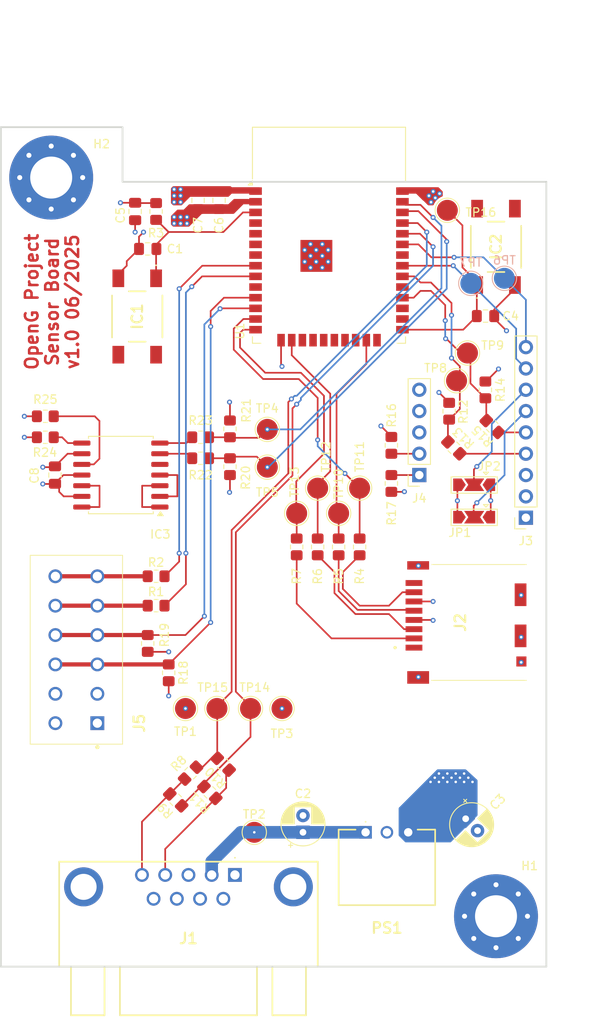
<source format=kicad_pcb>
(kicad_pcb (version 20241229) (generator "pcbnew") (generator_version "9.0")
  (layers (0 "F.Cu" signal) (4 "In1.Cu" signal) (6 "In2.Cu" signal) (2 "B.Cu" signal) (13 "F.Paste" user) (15 "B.Paste" user) (5 "F.SilkS" user "F.Silkscreen") (7 "B.SilkS" user "B.Silkscreen") (1 "F.Mask" user) (3 "B.Mask" user) (25 "Edge.Cuts" user))
  (net 0 "")
  (net 1 "GND")
  (net 2 "+3V3")
  (net 3 "+12V")
  (net 4 "Net-(J2-CLK)")
  (net 5 "Net-(J2-DAT0)")
  (net 6 "Net-(J2-CMD)")
  (net 8 "/UART_1_TX")
  (net 9 "/UART_1_RX")
  (net 14 "/SPI_CLK")
  (net 16 "/SPI_CS")
  (net 17 "/SPI_MISO")
  (net 18 "/SPI_MOSI")
  (net 21 "/I2C_1_SCL")
  (net 25 "/I2C_1_SDA")
  (net 38 "/ESP1_EN")
  (net 39 "/ESP1_BOOT")
  (net 40 "/I2C_2_SDA")
  (net 41 "/I2C_2_SCL")
  (net 46 "/I2C_3_SDA")
  (net 47 "/UART_2_TX")
  (net 48 "/I2C_3_SCL")
  (net 49 "/UART_2_RX")
  (net 50 "Net-(U1-IO33)")
  (net 51 "Net-(U1-IO32)")
  (net 52 "/UART_1_TX_IO")
  (net 53 "/UART_1_RX_IO")
  (net 54 "Net-(J2-CD{slash}DAT3)")
  (net 55 "Net-(IC3-SDI{slash}SDA)")
  (net 56 "Net-(IC3-SGND_1)")
  (net 57 "/CS_5V")
  (net 58 "/SDO_SA0")
  (net 59 "/OCS_AUX")
  (net 60 "/SDO_AUX")
  (net 61 "/ISM_INT_2")
  (net 62 "/ISM_INT_1")
  (net 63 "/ISM_SCX")
  (net 64 "/ISM_SDX")
  (net 65 "Net-(IC3-SOUT+_1)")
  (net 66 "Net-(IC3-SOUT-_1)")
  (net 67 "Net-(IC3-SCLK{slash}SCL)")
  (net 69 "Net-(IC3-PS)")
  (net 70 "Net-(IC3-CSB)")
  (net 71 "Net-(J3-Pin_5)")
  (net 72 "Net-(J3-Pin_4)")
  (footprint "Resistor_SMD:R_0805_2012Metric_Pad1.20x1.40mm_HandSolder" (layer "F.Cu") (at 118.5 103.5)
    (property "Reference" "R2")
    (property "Value" "0R")
  )
  (footprint "TestPoint:TestPoint_Pad_D2.5mm" (layer "F.Cu") (at 137.75 93 -90)
    (property "Reference" "TP12")
    (property "Value" "TestPoint")
  )
  (footprint "Resistor_SMD:R_0805_2012Metric_Pad1.20x1.40mm_HandSolder" (layer "F.Cu") (at 140.25 100 90)
    (property "Reference" "R5")
    (property "Value" "0R")
  )
  (footprint "TestPoint:TestPoint_Pad_D2.5mm" (layer "F.Cu") (at 122 119.25)
    (property "Reference" "TP1")
    (property "Value" "TestPoint")
  )
  (footprint "Resistor_SMD:R_0805_2012Metric_Pad1.20x1.40mm_HandSolder" (layer "F.Cu") (at 146.533001 92.44 90)
    (property "Reference" "R17")
    (property "Value" "0R")
  )
  (footprint "Resistor_SMD:R_0805_2012Metric_Pad1.20x1.40mm_HandSolder" (layer "F.Cu") (at 118.5 60.0375 90)
    (property "Reference" "R3")
    (property "Value" "10k")
  )
  (footprint "Resistor_SMD:R_0805_2012Metric_Pad1.20x1.40mm_HandSolder" (layer "F.Cu") (at 118.5 107)
    (property "Reference" "R1")
    (property "Value" "0R")
  )
  (footprint "TestPoint:TestPoint_Pad_D2.5mm" (layer "F.Cu") (at 130.2 134)
    (property "Reference" "TP2")
    (property "Value" "TestPoint")
  )
  (footprint "Jumper:SolderJumper-3_P2.0mm_Open_TrianglePad1.0x1.5mm" (layer "F.Cu") (at 156.4 96.455 180)
    (property "Reference" "JP1")
    (property "Value" "SolderJumper_3_Open")
  )
  (footprint "Resistor_SMD:R_0805_2012Metric_Pad1.20x1.40mm_HandSolder" (layer "F.Cu") (at 135.25 100 90)
    (property "Reference" "R7")
    (property "Value" "0R")
  )
  (footprint "Connector_PinSocket_2.54mm:PinSocket_1x05_P2.54mm_Vertical" (layer "F.Cu") (at 149.86 91.44 180)
    (property "Reference" "J4")
    (property "Value" "Conn_01x05_Socket")
  )
  (footprint "Resistor_SMD:R_0805_2012Metric_Pad1.20x1.40mm_HandSolder" (layer "F.Cu") (at 127.3 90.44 -90)
    (property "Reference" "R20")
    (property "Value" "1k")
  )
  (footprint "Resistor_SMD:R_0805_2012Metric_Pad1.20x1.40mm_HandSolder" (layer "F.Cu") (at 127.3 85.94 90)
    (property "Reference" "R21")
    (property "Value" "1k")
  )
  (footprint "Capacitor_SMD:C_0805_2012Metric_Pad1.18x1.45mm_HandSolder" (layer "F.Cu") (at 117.5 64.5 180)
    (property "Reference" "C1")
    (property "Value" "0.1u")
  )
  (footprint "MountingHole:MountingHole_5mm_Pad_Via" (layer "F.Cu") (at 106 56)
    (property "Reference" "H2")
    (property "Value" "MountingHole")
  )
  (footprint "SamacSys_Parts:N78031C" (layer "F.Cu") (at 143.46 134)
    (property "Reference" "PS1")
    (property "Value" "N7803-1C" (hide yes))
  )
  (footprint "TestPoint:TestPoint_Pad_D2.5mm" (layer "F.Cu") (at 153.2 59.9)
    (property "Reference" "TP16")
    (property "Value" "TestPoint")
  )
  (footprint "Capacitor_SMD:C_0805_2012Metric_Pad1.18x1.45mm_HandSolder" (layer "F.Cu") (at 126 58.7125 90)
    (property "Reference" "C6")
    (property "Value" "0.1u")
  )
  (footprint "TestPoint:TestPoint_Pad_D2.5mm" (layer "F.Cu") (at 140.25 96 -90)
    (property "Reference" "TP10")
    (property "Value" "TestPoint")
  )
  (footprint "Resistor_SMD:R_0805_2012Metric_Pad1.20x1.40mm_HandSolder" (layer "F.Cu") (at 122.603806 126.953553 45)
    (property "Reference" "R8")
    (property "Value" "0R")
  )
  (footprint "Capacitor_THT:CP_Radial_D5.0mm_P2.00mm" (layer "F.Cu") (at 136 134 90)
    (property "Reference" "C2")
    (property "Value" "10u")
  )
  (footprint "Resistor_SMD:R_0805_2012Metric_Pad1.20x1.40mm_HandSolder" (layer "F.Cu") (at 153.416 83.836 90)
    (property "Reference" "R12")
    (property "Value" "1k")
  )
  (footprint "Resistor_SMD:R_0805_2012Metric_Pad1.20x1.40mm_HandSolder" (layer "F.Cu") (at 146.533001 87.9 -90)
    (property "Reference" "R16")
    (property "Value" "0R")
  )
  (footprint "MountingHole:MountingHole_5mm_Pad_Via" (layer "F.Cu") (at 159 144)
    (property "Reference" "H1")
    (property "Value" "MountingHole")
  )
  (footprint "Connector_PinSocket_2.54mm:PinSocket_1x09_P2.54mm_Vertical" (layer "F.Cu") (at 162.56 96.52 180)
    (property "Reference" "J3")
    (property "Value" "Conn_01x09_Socket")
  )
  (footprint "Resistor_SMD:R_0805_2012Metric_Pad1.20x1.40mm_HandSolder" (layer "F.Cu") (at 126.492893 125.892893 135)
    (property "Reference" "R10")
    (property "Value" "0R")
  )
  (footprint "SamacSys_Parts:TS046675BK160SMT" (layer "F.Cu") (at 116.25 72.55 -90)
    (property "Reference" "IC1")
    (property "Value" "TS04-66-75-BK-160-SMT" (hide yes))
  )
  (footprint "Resistor_SMD:R_0805_2012Metric_Pad1.20x1.40mm_HandSolder" (layer "F.Cu") (at 124.901903 129.25165 135)
    (property "Reference" "R11")
    (property "Value" "0R")
  )
  (footprint "Capacitor_SMD:C_0805_2012Metric_Pad1.18x1.45mm_HandSolder" (layer "F.Cu") (at 106.45 91.44 90)
    (property "Reference" "C8")
    (property "Value" "100n")
  )
  (footprint "Jumper:SolderJumper-3_P2.0mm_Open_TrianglePad1.0x1.5mm" (layer "F.Cu") (at 156.400001 92.6 180)
    (property "Reference" "JP2")
    (property "Value" "SolderJumper_3_Open")
  )
  (footprint "Resistor_SMD:R_0805_2012Metric_Pad1.20x1.40mm_HandSolder" (layer "F.Cu") (at 120 115 -90)
    (property "Reference" "R18")
    (property "Value" "1k")
  )
  (footprint "Resistor_SMD:R_0805_2012Metric_Pad1.20x1.40mm_HandSolder" (layer "F.Cu") (at 158.550893 85.652893 -45)
    (property "Reference" "R15")
    (property "Value" "0R")
  )
  (footprint "SamacSys_Parts:PC1861975" (layer "F.Cu") (at 111.5 121 90)
    (property "Reference" "J5")
    (property "Value" "1861975" (hide yes))
  )
  (footprint "TestPoint:TestPoint_Pad_D2.5mm" (layer "F.Cu") (at 154.3 80.2)
    (property "Reference" "TP8")
    (property "Value" "TestPoint")
  )
  (footprint "Package_SO:SOIC-14W_7.5x9mm_P1.27mm" (layer "F.Cu") (at 114.3 91.44 180)
    (property "Reference" "IC3")
    (property "Value" "5525DSO-DB001DS")
  )
  (footprint "TestPoint:TestPoint_Pad_D2.5mm" (layer "F.Cu") (at 125.75 119.25)
    (property "Reference" "TP15")
    (property "Value" "TestPoint")
  )
  (footprint "RF_Module:ESP32-WROOM-32D" (layer "F.Cu") (at 139.1 65.86)
    (property "Reference" "U1")
    (property "Value" "ESP32-WROOM-32E")
  )
  (footprint "TestPoint:TestPoint_Pad_D2.5mm" (layer "F.Cu") (at 129.75 119.25)
    (property "Reference" "TP14")
    (property "Value" "TestPoint")
  )
  (footprint "Resistor_SMD:R_0805_2012Metric_Pad1.20x1.40mm_HandSolder" (layer "F.Cu") (at 105.3 86.94)
    (property "Reference" "R24")
    (property "Value" "1k")
  )
  (footprint "Resistor_SMD:R_0805_2012Metric_Pad1.20x1.40mm_HandSolder" (layer "F.Cu") (at 123.8 86.94 180)
    (property "Reference" "R23")
    (property "Value" "0R")
  )
  (footprint "Resistor_SMD:R_0805_2012Metric_Pad1.20x1.40mm_HandSolder" (layer "F.Cu") (at 137.75 100 90)
    (property "Reference" "R6")
    (property "Value" "0R")
  )
  (footprint "Resistor_SMD:R_0805_2012Metric_Pad1.20x1.40mm_HandSolder" (layer "F.Cu") (at 123.8 89.44)
    (property "Reference" "R22")
    (property "Value" "0R")
  )
  (footprint "Capacitor_THT:CP_Radial_D5.0mm_P2.00mm" (layer "F.Cu") (at 155.385786 132.385786 -45)
    (property "Reference" "C3")
    (property "Value" "22u")
  )
  (footprint "Resistor_SMD:R_0805_2012Metric_Pad1.20x1.40mm_HandSolder" (layer "F.Cu") (at 142.75 100 90)
    (property "Reference" "R4")
    (property "Value" "0R")
  )
  (footprint "Resistor_SMD:R_0805_2012Metric_Pad1.20x1.40mm_HandSolder" (layer "F.Cu") (at 157.734 81.296 90)
    (property "Reference" "R14")
    (property "Value" "1k")
  )
  (footprint "Resistor_SMD:R_0805_2012Metric_Pad1.20x1.40mm_HandSolder" (layer "F.Cu") (at 117.5 111.5 -90)
    (property "Reference" "R19")
    (property "Value" "1k")
  )
  (footprint "TestPoint:TestPoint_Pad_D2.5mm" (layer "F.Cu") (at 155.6 76.9)
    (property "Reference" "TP9")
    (property "Value" "TestPoint")
  )
  (footprint "SamacSys_Parts:NFD17E09SAFC1DA" (layer "F.Cu") (at 127.895 139.08)
    (property "Reference" "J1")
    (property "Value" "DE9_Socket" (hide yes))
  )
  (footprint "TestPoint:TestPoint_Pad_D2.5mm" (layer "F.Cu") (at 131.75 90.5)
    (property "Reference" "TP5")
    (property "Value" "TestPoint")
  )
  (footprint "Capacitor_SMD:C_0805_2012Metric_Pad1.18x1.45mm_HandSolder" (layer "F.Cu") (at 123.5 58.7125 90)
    (property "Reference" "C7")
    (property "Value" "22u")
  )
  (footprint "TestPoint:TestPoint_Pad_D2.5mm" (layer "F.Cu") (at 133.5 119.25)
    (property "Reference" "TP3")
    (property "Value" "TestPoint")
  )
  (footprint "SamacSys_Parts:TS046675BK160SMT" (layer "F.Cu") (at 159 64.25 90)
    (property "Reference" "IC2")
    (property "Value" "TS04-66-75-BK-160-SMT" (hide yes))
  )
  (footprint "Resistor_SMD:R_0805_2012Metric_Pad1.20x1.40mm_HandSolder" (layer "F.Cu") (at 120.836039 130.135534 -45)
    (property "Reference" "R9")
    (property "Value" "0R")
  )
  (footprint "Resistor_SMD:R_0805_2012Metric_Pad1.20x1.40mm_HandSolder" (layer "F.Cu") (at 153.978893 88.192893 -45)
    (property "Reference" "R13")
    (property "Value" "0R")
  )
  (footprint "Resistor_SMD:R_0805_2012Metric_Pad1.20x1.40mm_HandSolder" (layer "F.Cu") (at 105.3 84.44 180)
    (property "Reference" "R25")
    (property "Value" "0R")
  )
  (footprint "TestPoint:TestPoint_Pad_D2.5mm" (layer "F.Cu") (at 135.25 96 -90)
    (property "Reference" "TP13")
    (property "Value" "TestPoint")
  )
  (footprint "SamacSys:DM3CSSF" (layer "F.Cu") (at 155.575 109 -90)
    (property "Reference" "J2")
    (property "Value" "DM3CS-SF" (hide yes))
  )
  (footprint "TestPoint:TestPoint_Pad_D2.5mm" (layer "F.Cu") (at 131.75 86)
    (property "Reference" "TP4")
    (property "Value" "TestPoint")
  )
  (footprint "Capacitor_SMD:C_0805_2012Metric_Pad1.18x1.45mm_HandSolder" (layer "F.Cu") (at 157.75 72.5)
    (property "Reference" "C4")
    (property "Value" "0.1u")
  )
  (footprint "Capacitor_SMD:C_0805_2012Metric_Pad1.18x1.45mm_HandSolder" (layer "F.Cu") (at 116 60.0375 -90)
    (property "Reference" "C5")
    (property "Value" "1u")
  )
  (footprint "TestPoint:TestPoint_Pad_D2.5mm" (layer "F.Cu") (at 142.75 93 -90)
    (property "Reference" "TP11")
    (property "Value" "TestPoint")
  )
  (footprint "TestPoint:TestPoint_Pad_D2.5mm" (layer "B.Cu") (at 160 68 180)
    (property "Reference" "TP6")
    (property "Value" "TestPoint")
  )
  (footprint "TestPoint:TestPoint_Pad_D2.5mm" (layer "B.Cu") (at 156 68.6 180)
    (property "Reference" "TP7")
    (property "Value" "TestPoint")
  )
  (gr_line (start 100 50) (end 114.5 50) (stroke (width 0.2)) (layer "Edge.Cuts"))
  (gr_line (start 100 150) (end 100 50) (stroke (width 0.2)) (layer "Edge.Cuts"))
  (gr_line (start 165 56.5) (end 165 150) (stroke (width 0.2)) (layer "Edge.Cuts"))
  (gr_line (start 165 150) (end 100 150) (stroke (width 0.2)) (layer "Edge.Cuts"))
  (gr_line (start 114.5 56.5) (end 114.5 50) (stroke (width 0.2)) (layer "Edge.Cuts"))
  (gr_line (start 165 56.5) (end 114.5 56.5) (stroke (width 0.2)) (layer "Edge.Cuts"))
  (gr_text "OpenG Project\nSensor Board\nv1.0 06/2025" (at 109.4 70.8 90) (layer "F.Cu") (effects (font (size 1.5 1.5) (thickness 0.3) (bold yes)) (justify bottom)))
  (segment (start 146.533001 86.843001) (end 146.533001 86.9) (width 0.2) (layer "F.Cu") (net 1))
  (segment (start 146.533001 93.44) (end 148.0632 93.44) (width 0.2) (layer "F.Cu") (net 1))
  (segment (start 161.95 105.7) (end 162 105.75) (width 0.2) (layer "F.Cu") (net 1))
  (segment (start 114 67.5) (end 115 66.5) (width 0.2) (layer "F.Cu") (net 1))
  (segment (start 158.7875 71.7125) (end 158.7875 72.5) (width 0.2) (layer "F.Cu") (net 1))
  (segment (start 161.25 68.8) (end 161.25 69.25) (width 0.2) (layer "F.Cu") (net 1))
  (segment (start 161.925 105.7) (end 161.95 105.7) (width 0.2) (layer "F.Cu") (net 1))
  (segment (start 133.39 78.39) (end 133.5 78.5) (width 0.2) (layer "F.Cu") (net 1))
  (segment (start 106.2625 90.4025) (end 106.45 90.4025) (width 0.2) (layer "F.Cu") (net 1))
  (segment (start 114 68) (end 114 67.5) (width 0.2) (layer "F.Cu") (net 1))
  (segment (start 145.288 85.598) (end 146.533001 86.843001) (width 0.2) (layer "F.Cu") (net 1))
  (segment (start 158.7875 72.7875) (end 160.25 74.25) (width 0.2) (layer "F.Cu") (net 1))
  (segment (start 161.925 110.6) (end 161.925 110.675) (width 0.2) (layer "F.Cu") (net 1))
  (segment (start 109.65 88.9) (end 107.9525 88.9) (width 0.2) (layer "F.Cu") (net 1))
  (segment (start 158.369 94.488) (end 158.369 92.424) (width 0.2) (layer "F.Cu") (net 1))
  (segment (start 115 66.5) (end 115 65.9625) (width 0.2) (layer "F.Cu") (net 1))
  (segment (start 158.369 94.488) (end 158.496 94.488) (width 0.2) (layer "F.Cu") (net 1))
  (segment (start 149.725 102.2) (end 149.725 102.225) (width 0.2) (layer "F.Cu") (net 1))
  (segment (start 116.4625 63.0375) (end 117 62.5) (width 0.2) (layer "F.Cu") (net 1))
  (segment (start 116 61.075) (end 116 62.5) (width 0.2) (layer "F.Cu") (net 1))
  (segment (start 158.369 96.298) (end 158.369 94.488) (width 0.2) (layer "F.Cu") (net 1))
  (segment (start 105 90.5) (end 106.165 90.5) (width 0.2) (layer "F.Cu") (net 1))
  (segment (start 106.165 90.5) (end 106.2625 90.4025) (width 0.2) (layer "F.Cu") (net 1))
  (segment (start 104.3 86.94) (end 102.8 86.94) (width 0.2) (layer "F.Cu") (net 1))
  (segment (start 149.725 102.225) (end 149.75 102.25) (width 0.2) (layer "F.Cu") (net 1))
  (segment (start 158.7875 72.5) (end 158.7875 72.7875) (width 0.2) (layer "F.Cu") (net 1))
  (segment (start 162.025 113.725) (end 162 113.75) (width 0.2) (layer "F.Cu") (net 1))
  (segment (start 162.025 113.65) (end 162.025 113.725) (width 0.2) (layer "F.Cu") (net 1))
  (segment (start 149.725 115.55) (end 149.725 115.525) (width 0.2) (layer "F.Cu") (net 1))
  (segment (start 116.4625 64.5) (end 116.4625 63.0375) (width 0.2) (layer "F.Cu") (net 1))
  (segment (start 107.9525 88.9) (end 106.45 90.4025) (width 0.2) (layer "F.Cu") (net 1))
  (segment (start 133.39 75.37) (end 133.39 78.39) (width 0.2) (layer "F.Cu") (net 1))
  (segment (start 115 65.9625) (end 116.4625 64.5) (width 0.2) (layer "F.Cu") (net 1))
  (segment (start 149.725 115.525) (end 149.75 115.5) (width 0.2) (layer "F.Cu") (net 1))
  (segment (start 161.25 69.25) (end 158.7875 71.7125) (width 0.2) (layer "F.Cu") (net 1))
  (segment (start 161.925 110.675) (end 162 110.75) (width 0.2) (layer "F.Cu") (net 1))
  (segment (start 148.0632 93.44) (end 148.082 93.4212) (width 0.2) (layer "F.Cu") (net 1))
  (segment (start 149.225 106.5) (end 151.5 106.5) (width 0.2) (layer "F.Cu") (net 1))
  (via (at 145.288 85.598) (size 0.6) (drill 0.3) (layers "F.Cu" "B.Cu") (net 1))
  (via (at 151.765 58.42) (size 0.6) (drill 0.3) (layers "F.Cu" "B.Cu") (net 1))
  (via (at 162 113.75) (size 0.6) (drill 0.3) (layers "F.Cu" "B.Cu") (net 1))
  (via (at 120.65 58.166) (size 0.6) (drill 0.3) (layers "F.Cu" "B.Cu") (net 1))
  (via (at 102.8 86.94) (size 0.6) (drill 0.3) (layers "F.Cu" "B.Cu") (net 1))
  (via (at 122 119.25) (size 0.6) (drill 0.3) (layers "F.Cu" "B.Cu") (net 1))
  (via (at 121.412 58.928) (size 0.6) (drill 0.3) (layers "F.Cu" "B.Cu") (net 1))
  (via (at 151.257 58.928) (size 0.6) (drill 0.3) (layers "F.Cu" "B.Cu") (net 1))
  (via (at 160.25 74.25) (size 0.6) (drill 0.3) (layers "F.Cu" "B.Cu") (net 1))
  (via (at 149.75 102.25) (size 0.6) (drill 0.3) (layers "F.Cu" "B.Cu") (net 1))
  (via (at 162 105.75) (size 0.6) (drill 0.3) (layers "F.Cu" "B.Cu") (net 1))
  (via (at 133.5 78.5) (size 0.6) (drill 0.3) (layers "F.Cu" "B.Cu") (net 1))
  (via (at 152.273 57.912) (size 0.6) (drill 0.3) (layers "F.Cu" "B.Cu") (net 1))
  (via (at 121.412 58.166) (size 0.6) (drill 0.3) (layers "F.Cu" "B.Cu") (net 1))
  (via (at 151.5 106.5) (size 0.6) (drill 0.3) (layers "F.Cu" "B.Cu") (net 1))
  (via (at 158.369 94.488) (size 0.6) (drill 0.3) (layers "F.Cu" "B.Cu") (net 1))
  (via (at 162 110.75) (size 0.6) (drill 0.3) (layers "F.Cu" "B.Cu") (net 1))
  (via (at 148.082 93.4212) (size 0.6) (drill 0.3) (layers "F.Cu" "B.Cu") (net 1))
  (via (at 151.003 58.166) (size 0.6) (drill 0.3) (layers "F.Cu" "B.Cu") (net 1))
  (via (at 121.412 57.404) (size 0.6) (drill 0.3) (layers "F.Cu" "B.Cu") (net 1))
  (via (at 105 90.5) (size 0.6) (drill 0.3) (layers "F.Cu" "B.Cu") (net 1))
  (via (at 116 62.5) (size 0.6) (drill 0.3) (layers "F.Cu" "B.Cu") (net 1))
  (via (at 120.65 58.928) (size 0.6) (drill 0.3) (layers "F.Cu" "B.Cu") (net 1))
  (via (at 117 62.5) (size 0.6) (drill 0.3) (layers "F.Cu" "B.Cu") (net 1))
  (via (at 149.75 115.5) (size 0.6) (drill 0.3) (layers "F.Cu" "B.Cu") (net 1))
  (via (at 120.65 57.404) (size 0.6) (drill 0.3) (layers "F.Cu" "B.Cu") (net 1))
  (via (at 151.511 57.658) (size 0.6) (drill 0.3) (layers "F.Cu" "B.Cu") (net 1))
  (segment (start 153.416 82.836) (end 153.416 82.816) (width 0.2) (layer "F.Cu") (net 2))
  (segment (start 154.4 94.5) (end 154.4 92.487) (width 0.2) (layer "F.Cu") (net 2))
  (segment (start 127.3 84.94) (end 127.3 82.8) (width 0.2) (layer "F.Cu") (net 2))
  (segment (start 120 116) (end 120 117.75) (width 0.2) (layer "F.Cu") (net 2))
  (segment (start 106.95 91.94) (end 107.45 91.44) (width 0.2) (layer "F.Cu") (net 2))
  (segment (start 127.3 93.45) (end 127.25 93.5) (width 0.2) (layer "F.Cu") (net 2))
  (segment (start 116 59) (end 116.5 59) (width 0.2) (layer "F.Cu") (net 2))
  (segment (start 127.3 82.8) (end 127.25 82.75) (width 0.2) (layer "F.Cu") (net 2))
  (segment (start 104.3 84.44) (end 102.8 84.44) (width 0.2) (layer "F.Cu") (net 2))
  (segment (start 116.5375 59.0375) (end 118.5 59.0375) (width 0.2) (layer "F.Cu") (net 2))
  (segment (start 109.65 93.98) (end 107.49 93.98) (width 0.2) (layer "F.Cu") (net 2))
  (segment (start 106.2775 92.4775) (end 106.45 92.4775) (width 0.2) (layer "F.Cu") (net 2))
  (segment (start 107.49 93.98) (end 106.95 93.44) (width 0.2) (layer "F.Cu") (net 2))
  (segment (start 149.225 108.7) (end 151.45 108.7) (width 0.2) (layer "F.Cu") (net 2))
  (segment (start 106.255 92.5) (end 106.2775 92.4775) (width 0.2) (layer "F.Cu") (net 2))
  (segment (start 154.4 92.487) (end 154.369 92.456) (width 0.2) (layer "F.Cu") (net 2))
  (segment (start 116 59) (end 114.25 59) (width 0.2) (layer "F.Cu") (net 2))
  (segment (start 157.804 80.296) (end 159.3 78.8) (width 0.2) (layer "F.Cu") (net 2))
  (segment (start 116.5 59) (end 116.5375 59.0375) (width 0.2) (layer "F.Cu") (net 2))
  (segment (start 154.4 96.456999) (end 154.336999 96.52) (width 0.2) (layer "F.Cu") (net 2))
  (segment (start 154.4 94.5) (end 154.4 96.456999) (width 0.2) (layer "F.Cu") (net 2))
  (segment (start 127.3 91.44) (end 127.3 93.45) (width 0.2) (layer "F.Cu") (net 2))
  (segment (start 107.45 91.44) (end 109.65 91.44) (width 0.2) (layer "F.Cu") (net 2))
  (segment (start 153.416 82.816) (end 152.2 81.6) (width 0.2) (layer "F.Cu") (net 2))
  (segment (start 105 92.5) (end 106.255 92.5) (width 0.2) (layer "F.Cu") (net 2))
  (segment (start 106.95 93.44) (end 106.95 91.94) (width 0.2) (layer "F.Cu") (net 2))
  (segment (start 117.5 112.5) (end 120 112.5) (width 0.2) (layer "F.Cu") (net 2))
  (segment (start 157.734 80.296) (end 157.804 80.296) (width 0.2) (layer "F.Cu") (net 2))
  (segment (start 151.45 108.7) (end 151.5 108.75) (width 0.2) (layer "F.Cu") (net 2))
  (via (at 154.2 127) (size 0.6) (drill 0.3) (layers "F.Cu" "B.Cu") (net 2))
  (via (at 153.2 128) (size 0.6) (drill 0.3) (layers "F.Cu" "B.Cu") (net 2))
  (via (at 153.7 127.5) (size 0.6) (drill 0.3) (layers "F.Cu" "B.Cu") (net 2))
  (via (at 155.2 128) (size 0.6) (drill 0.3) (layers "F.Cu" "B.Cu") (net 2))
  (via (at 151.5 108.75) (size 0.6) (drill 0.3) (layers "F.Cu" "B.Cu") (net 2))
  (via (at 151.2 128) (size 0.6) (drill 0.3) (layers "F.Cu" "B.Cu") (net 2))
  (via (at 154.4 94.5) (size 0.6) (drill 0.3) (layers "F.Cu" "B.Cu") (net 2))
  (via (at 114.25 59) (size 0.6) (drill 0.3) (layers "F.Cu" "B.Cu") (net 2))
  (via (at 152.2 81.6) (size 0.6) (drill 0.3) (layers "F.Cu" "B.Cu") (net 2))
  (via (at 152.2 128) (size 0.6) (drill 0.3) (layers "F.Cu" "B.Cu") (net 2))
  (via (at 152.2 127) (size 0.6) (drill 0.3) (layers "F.Cu" "B.Cu") (net 2))
  (via (at 120.65 61.468) (size 0.6) (drill 0.3) (layers "F.Cu" "B.Cu") (net 2))
  (via (at 121.412 61.468) (size 0.6) (drill 0.3) (layers "F.Cu" "B.Cu") (net 2))
  (via (at 127.25 82.75) (size 0.6) (drill 0.3) (layers "F.Cu" "B.Cu") (net 2))
  (via (at 152.7 127.5) (size 0.6) (drill 0.3) (layers "F.Cu" "B.Cu") (net 2))
  (via (at 154.7 127.5) (size 0.6) (drill 0.3) (layers "F.Cu" "B.Cu") (net 2))
  (via (at 102.8 84.44) (size 0.6) (drill 0.3) (layers "F.Cu" "B.Cu") (net 2))
  (via (at 155.2 127) (size 0.6) (drill 0.3) (layers "F.Cu" "B.Cu") (net 2))
  (via (at 159.3 78.8) (size 0.6) (drill 0.3) (layers "F.Cu" "B.Cu") (net 2))
  (via (at 120 112.5) (size 0.6) (drill 0.3) (layers "F.Cu" "B.Cu") (net 2))
  (via (at 127.25 93.5) (size 0.6) (drill 0.3) (layers "F.Cu" "B.Cu") (net 2))
  (via (at 120.65 60.706) (size 0.6) (drill 0.3) (layers "F.Cu" "B.Cu") (net 2))
  (via (at 154.2 128) (size 0.6) (drill 0.3) (layers "F.Cu" "B.Cu") (net 2))
  (via (at 151.7 127.5) (size 0.6) (drill 0.3) (layers "F.Cu" "B.Cu") (net 2))
  (via (at 156.2 128) (size 0.6) (drill 0.3) (layers "F.Cu" "B.Cu") (net 2))
  (via (at 121.412 60.706) (size 0.6) (drill 0.3) (layers "F.Cu" "B.Cu") (net 2))
  (via (at 133.5 119.25) (size 0.6) (drill 0.3) (layers "F.Cu" "B.Cu") (net 2))
  (via (at 155.7 127.5) (size 0.6) (drill 0.3) (layers "F.Cu" "B.Cu") (net 2))
  (via (at 105 92.5) (size 0.6) (drill 0.3) (layers "F.Cu" "B.Cu") (net 2))
  (via (at 153.2 127) (size 0.6) (drill 0.3) (layers "F.Cu" "B.Cu") (net 2))
  (via (at 122.174 60.706) (size 0.6) (drill 0.3) (layers "F.Cu" "B.Cu") (net 2))
  (via (at 120 117.75) (size 0.6) (drill 0.3) (layers "F.Cu" "B.Cu") (net 2))
  (via (at 122.174 61.468) (size 0.6) (drill 0.3) (layers "F.Cu" "B.Cu") (net 2))
  (via (at 130.2 134) (size 0.6) (drill 0.3) (layers "F.Cu" "B.Cu") (net 3))
  (segment (start 125.125 137.475) (end 128.6 134) (width 1.5) (layer "B.Cu") (net 3))
  (segment (start 128.6 134) (end 136 134) (width 1.5) (layer "B.Cu") (net 3))
  (segment (start 136 134) (end 143.46 134) (width 1.5) (layer "B.Cu") (net 3))
  (segment (start 125.125 139.08) (end 125.125 137.475) (width 1.5) (layer "B.Cu") (net 3))
  (segment (start 149.225 107.6) (end 149.125 107.5) (width 0.2) (layer "F.Cu") (net 4))
  (segment (start 142.5 107.5) (end 140.25 105.25) (width 0.2) (layer "F.Cu") (net 4))
  (segment (start 140.25 105.25) (end 140.25 101) (width 0.2) (layer "F.Cu") (net 4))
  (segment (start 149.125 107.5) (end 142.5 107.5) (width 0.2) (layer "F.Cu") (net 4))
  (segment (start 147.85 105.4) (end 149.225 105.4) (width 0.2) (layer "F.Cu") (net 5))
  (segment (start 142.75 101) (end 140.75 103) (width 0.2) (layer "F.Cu") (net 5))
  (segment (start 140.75 105) (end 142.75 107) (width 0.2) (layer "F.Cu") (net 5))
  (segment (start 146.25 107) (end 147.85 105.4) (width 0.2) (layer "F.Cu") (net 5))
  (segment (start 140.75 103) (end 140.75 105) (width 0.2) (layer "F.Cu") (net 5))
  (segment (start 142.75 107) (end 146.25 107) (width 0.2) (layer "F.Cu") (net 5))
  (segment (start 139.75 105.5) (end 139.75 103) (width 0.2) (layer "F.Cu") (net 6))
  (segment (start 148.05 109.8) (end 146.25 108) (width 0.2) (layer "F.Cu") (net 6))
  (segment (start 142.25 108) (end 139.75 105.5) (width 0.2) (layer "F.Cu") (net 6))
  (segment (start 146.25 108) (end 142.25 108) (width 0.2) (layer "F.Cu") (net 6))
  (segment (start 139.75 103) (end 137.75 101) (width 0.2) (layer "F.Cu") (net 6))
  (segment (start 149.225 109.8) (end 148.05 109.8) (width 0.2) (layer "F.Cu") (net 6))
  (segment (start 125.785786 119.285786) (end 125.785786 124.47868) (width 0.2) (layer "F.Cu") (net 8))
  (segment (start 125.785786 124.47868) (end 124.018019 126.246447) (width 0.2) (layer "F.Cu") (net 8))
  (segment (start 124.018019 126.246447) (end 123.310913 126.246447) (width 0.2) (layer "F.Cu") (net 8))
  (segment (start 127.5 117.25) (end 125.75 119) (width 0.2) (layer "F.Cu") (net 8))
  (segment (start 127.5 98) (end 127.5 117.25) (width 0.2) (layer "F.Cu") (net 8))
  (segment (start 134.25 91.25) (end 127.5 98) (width 0.2) (layer "F.Cu") (net 8))
  (segment (start 149.67 61.42) (end 147.85 61.42) (width 0.2) (layer "F.Cu") (net 8))
  (segment (start 125.75 119.25) (end 125.785786 119.285786) (width 0.2) (layer "F.Cu") (net 8))
  (segment (start 134.625 82.375) (end 134.25 82.75) (width 0.2) (layer "F.Cu") (net 8))
  (segment (start 134.25 82.75) (end 134.25 91.25) (width 0.2) (layer "F.Cu") (net 8))
  (segment (start 150.75 62.5) (end 149.67 61.42) (width 0.2) (layer "F.Cu") (net 8))
  (via (at 134.625 82.375) (size 0.6) (drill 0.3) (layers "F.Cu" "B.Cu") (net 8))
  (via (at 150.75 62.5) (size 0.6) (drill 0.3) (layers "F.Cu" "B.Cu") (net 8))
  (segment (start 135 82) (end 135.25 82) (width 0.2) (layer "B.Cu") (net 8))
  (segment (start 134.625 82.375) (end 135 82) (width 0.2) (layer "B.Cu") (net 8))
  (segment (start 135.25 82) (end 150.75 66.5) (width 0.2) (layer "B.Cu") (net 8))
  (segment (start 150.75 66.5) (end 150.75 62.5) (width 0.2) (layer "B.Cu") (net 8))
  (segment (start 129.75 120.8) (end 129.75 122.635786) (width 0.2) (layer "F.Cu") (net 9))
  (segment (start 151.5 64.25) (end 149.94 62.69) (width 0.2) (layer "F.Cu") (net 9))
  (segment (start 129.75 119.25) (end 129.75 120.8) (width 0.2) (layer "F.Cu") (net 9))
  (segment (start 128 117.25) (end 129.75 119) (width 0.2) (layer "F.Cu") (net 9))
  (segment (start 129.75 119) (end 129.75 120.8) (width 0.2) (layer "F.Cu") (net 9))
  (segment (start 129.75 122.635786) (end 121.543146 130.84264) (width 0.2) (layer "F.Cu") (net 9))
  (segment (start 134.75 83.5) (end 134.75 91.5) (width 0.2) (layer "F.Cu") (net 9))
  (segment (start 135.25 83) (end 134.75 83.5) (width 0.2) (layer "F.Cu") (net 9))
  (segment (start 128 98.25) (end 128 117.25) (width 0.2) (layer "F.Cu") (net 9))
  (segment (start 134.75 91.5) (end 128 98.25) (width 0.2) (layer "F.Cu") (net 9))
  (segment (start 121.543146 130.84264) (end 121.543146 130.842641) (width 0.2) (layer "F.Cu") (net 9))
  (segment (start 147.31 62.69) (end 147.85 62.69) (width 0.2) (layer "F.Cu") (net 9))
  (segment (start 149.94 62.69) (end 147.85 62.69) (width 0.2) (layer "F.Cu") (net 9))
  (via (at 151.5 64.25) (size 0.6) (drill 0.3) (layers "F.Cu" "B.Cu") (net 9))
  (via (at 135.25 83) (size 0.6) (drill 0.3) (layers "F.Cu" "B.Cu") (net 9))
  (segment (start 151.5 66.5) (end 135.75 82.25) (width 0.2) (layer "B.Cu") (net 9))
  (segment (start 151.5 64.25) (end 151.5 66.5) (width 0.2) (layer "B.Cu") (net 9))
  (segment (start 135.75 82.25) (end 135.75 82.5) (width 0.2) (layer "B.Cu") (net 9))
  (segment (start 135.75 82.5) (end 135.25 83) (width 0.2) (layer "B.Cu") (net 9))
  (segment (start 143.55 78.2) (end 143.55 75.37) (width 0.2) (layer "F.Cu") (net 14))
  (segment (start 140.25 98.75) (end 140.25 96) (width 0.2) (layer "F.Cu") (net 14))
  (segment (start 140.25 96) (end 140 95.75) (width 0.2) (layer "F.Cu") (net 14))
  (segment (start 140 95.75) (end 140 81.75) (width 0.2) (layer "F.Cu") (net 14))
  (segment (start 140 81.75) (end 143.55 78.2) (width 0.2) (layer "F.Cu") (net 14))
  (segment (start 138.5 88.9) (end 138.5 82) (width 0.2) (layer "F.Cu") (net 16))
  (segment (start 128.88 74.12) (end 130.35 74.12) (width 0.2) (layer "F.Cu") (net 16))
  (segment (start 135.75 79.25) (end 131.5 79.25) (width 0.2) (layer "F.Cu") (net 16))
  (segment (start 135.2 95.95) (end 135.2 92.2) (width 0.2) (layer "F.Cu") (net 16))
  (segment (start 138.5 82) (end 135.75 79.25) (width 0.2) (layer "F.Cu") (net 16))
  (segment (start 128.5 74.5) (end 128.88 74.12) (width 0.2) (layer "F.Cu") (net 16))
  (segment (start 128.5 76.25) (end 128.5 74.5) (width 0.2) (layer "F.Cu") (net 16))
  (segment (start 135.25 98.75) (end 135.25 95.75) (width 0.2) (layer "F.Cu") (net 16))
  (segment (start 131.5 79.25) (end 128.5 76.25) (width 0.2) (layer "F.Cu") (net 16))
  (segment (start 135.25 96) (end 135.2 95.95) (width 0.2) (layer "F.Cu") (net 16))
  (segment (start 135.2 92.2) (end 138.5 88.9) (width 0.2) (layer "F.Cu") (net 16))
  (segment (start 137.75 82.25) (end 135.5 80) (width 0.2) (layer "F.Cu") (net 17))
  (segment (start 127.75 74) (end 128.9 72.85) (width 0.2) (layer "F.Cu") (net 17))
  (segment (start 128.9 72.85) (end 130.35 72.85) (width 0.2) (layer "F.Cu") (net 17))
  (segment (start 137.75 87.25) (end 137.75 82.25) (width 0.2) (layer "F.Cu") (net 17))
  (segment (start 127.75 76.5) (end 127.75 74) (width 0.2) (layer "F.Cu") (net 17))
  (segment (start 131.25 80) (end 127.75 76.5) (width 0.2) (layer "F.Cu") (net 17))
  (segment (start 142.75 93) (end 142.75 98.75) (width 0.2) (layer "F.Cu") (net 17))
  (segment (start 141 91.25) (end 142.75 93) (width 0.2) (layer "F.Cu") (net 17))
  (segment (start 135.5 80) (end 131.25 80) (width 0.2) (layer "F.Cu") (net 17))
  (via (at 137.75 87.25) (size 0.6) (drill 0.3) (layers "F.Cu" "B.Cu") (net 17))
  (via (at 141 91.25) (size 0.6) (drill 0.3) (layers "F.Cu" "B.Cu") (net 17))
  (segment (start 141 91.25) (end 137.75 88) (width 0.2) (layer "B.Cu") (net 17))
  (segment (start 137.75 88) (end 137.75 87.25) (width 0.2) (layer "B.Cu") (net 17))
  (segment (start 139.25 81.75) (end 134.66 77.16) (width 0.2) (layer "F.Cu") (net 18))
  (segment (start 137.75 98.75) (end 137.75 93) (width 0.2) (layer "F.Cu") (net 18))
  (segment (start 137.75 92.5) (end 139.25 91) (width 0.2) (layer "F.Cu") (net 18))
  (segment (start 134.66 77.16) (end 134.66 75.37) (width 0.2) (layer "F.Cu") (net 18))
  (segment (start 139.25 91) (end 139.25 81.75) (width 0.2) (layer "F.Cu") (net 18))
  (segment (start 137.75 93) (end 137.75 92.5) (width 0.2) (layer "F.Cu") (net 18))
  (segment (start 154.686 78.486) (end 154.686 83.566) (width 0.2) (layer "F.Cu") (net 21))
  (segment (start 149.27 67.77) (end 147.85 67.77) (width 0.2) (layer "F.Cu") (net 21))
  (segment (start 154.686 83.566) (end 153.416 84.836) (width 0.2) (layer "F.Cu") (net 21))
  (segment (start 153.271786 84.980214) (end 153.416 84.836) (width 0.2) (layer "F.Cu") (net 21))
  (segment (start 153.7 70.95) (end 151.25 68.5) (width 0.2) (layer "F.Cu") (net 21))
  (segment (start 150 68.5) (end 149.27 67.77) (width 0.2) (layer "F.Cu") (net 21))
  (segment (start 153.7 72.4) (end 153.7 70.95) (width 0.2) (layer "F.Cu") (net 21))
  (segment (start 151.25 68.5) (end 150 68.5) (width 0.2) (layer "F.Cu") (net 21))
  (segment (start 153.271786 87.485786) (end 153.271786 84.980214) (width 0.2) (layer "F.Cu") (net 21))
  (segment (start 153.7 77.5) (end 154.686 78.486) (width 0.2) (layer "F.Cu") (net 21))
  (via (at 153.7 77.5) (size 0.6) (drill 0.3) (layers "F.Cu" "B.Cu") (net 21))
  (via (at 153.7 72.4) (size 0.6) (drill 0.3) (layers "F.Cu" "B.Cu") (net 21))
  (segment (start 153.7 77.5) (end 153.7 72.4) (width 0.2) (layer "B.Cu") (net 21))
  (segment (start 152.950003 71.200003) (end 151.25 69.5) (width 0.2) (layer "F.Cu") (net 25))
  (segment (start 157.843786 82.405786) (end 157.843786 84.945786) (width 0.2) (layer "F.Cu") (net 25))
  (segment (start 157.734 82.296) (end 157.843786 82.405786) (width 0.2) (layer "F.Cu") (net 25))
  (segment (start 155.956 78.07) (end 155.956 80.518) (width 0.2) (layer "F.Cu") (net 25))
  (segment (start 149.19 70.31) (end 147.85 70.31) (width 0.2) (layer "F.Cu") (net 25))
  (segment (start 150 69.5) (end 149.19 70.31) (width 0.2) (layer "F.Cu") (net 25))
  (segment (start 152.950003 73.038138) (end 152.950003 71.200003) (width 0.2) (layer "F.Cu") (net 25))
  (segment (start 151.25 69.5) (end 150 69.5) (width 0.2) (layer "F.Cu") (net 25))
  (segment (start 153.086 75.2) (end 155.956 78.07) (width 0.2) (layer "F.Cu") (net 25))
  (segment (start 155.956 80.518) (end 157.734 82.296) (width 0.2) (layer "F.Cu") (net 25))
  (segment (start 153 75.2) (end 153.086 75.2) (width 0.2) (layer "F.Cu") (net 25))
  (via (at 152.950003 73.038138) (size 0.6) (drill 0.3) (layers "F.Cu" "B.Cu") (net 25))
  (via (at 153 75.2) (size 0.6) (drill 0.3) (layers "F.Cu" "B.Cu") (net 25))
  (segment (start 153 75.2) (end 153 75.199994) (width 0.2) (layer "B.Cu") (net 25))
  (segment (start 152.950003 75.149997) (end 152.950003 73.038138) (width 0.2) (layer "B.Cu") (net 25))
  (segment (start 153 75.199994) (end 152.950003 75.149997) (width 0.2) (layer "B.Cu") (net 25))
  (segment (start 118.5375 64.5) (end 118.5375 63.9615) (width 0.2) (layer "F.Cu") (net 38))
  (segment (start 118.5 61.0375) (end 118.5 61) (width 0.2) (layer "F.Cu") (net 38))
  (segment (start 119.5 62) (end 119.984 62.484) (width 0.2) (layer "F.Cu") (net 38))
  (segment (start 126.516 62.484) (end 128.85 60.15) (width 0.2) (layer "F.Cu") (net 38))
  (segment (start 118.5 61) (end 119.5 62) (width 0.2) (layer "F.Cu") (net 38))
  (segment (start 118.5375 63.9615) (end 119.9995 62.4995) (width 0.2) (layer "F.Cu") (net 38))
  (segment (start 119.9995 62.4995) (end 119.5 62) (width 0.2) (layer "F.Cu") (net 38))
  (segment (start 128.85 60.15) (end 130.35 60.15) (width 0.2) (layer "F.Cu") (net 38))
  (segment (start 118.5 64.5375) (end 118.5375 64.5) (width 0.2) (layer "F.Cu") (net 38))
  (segment (start 119.984 62.484) (end 126.516 62.484) (width 0.2) (layer "F.Cu") (net 38))
  (segment (start 118.5 68) (end 118.5 64.5375) (width 0.2) (layer "F.Cu") (net 38))
  (segment (start 147.85 74.12) (end 155 74.12) (width 0.2) (layer "F.Cu") (net 39))
  (segment (start 155 74.12) (end 155.0925 74.12) (width 0.2) (layer "F.Cu") (net 39))
  (segment (start 155 61.7) (end 153.2 59.9) (width 0.2) (layer "F.Cu") (net 39))
  (segment (start 156.75 68.8) (end 156.75 68.45) (width 0.2) (layer "F.Cu") (net 39))
  (segment (start 155 66.7) (end 155 61.7) (width 0.2) (layer "F.Cu") (net 39))
  (segment (start 156.7125 68.8375) (end 156.75 68.8) (width 0.2) (layer "F.Cu") (net 39))
  (segment (start 156.7125 72.5) (end 156.7125 68.8375) (width 0.2) (layer "F.Cu") (net 39))
  (segment (start 155.0925 74.12) (end 156.7125 72.5) (width 0.2) (layer "F.Cu") (net 39))
  (segment (start 156.75 68.45) (end 155 66.7) (width 0.2) (layer "F.Cu") (net 39))
  (segment (start 153.125 63.625) (end 153.125 63.375) (width 0.2) (layer "F.Cu") (net 40))
  (segment (start 131.75 90.5) (end 130.5 89.25) (width 0.2) (layer "F.Cu") (net 40))
  (segment (start 127.49 89.25) (end 127.3 89.44) (width 0.2) (layer "F.Cu") (net 40))
  (segment (start 124.8 89.44) (end 127.3 89.44) (width 0.2) (layer "F.Cu") (net 40))
  (segment (start 149.75 60) (end 148 60) (width 0.2) (layer "F.Cu") (net 40))
  (segment (start 130.5 89.25) (end 127.49 89.25) (width 0.2) (layer "F.Cu") (net 40))
  (segment (start 153.125 63.375) (end 149.75 60) (width 0.2) (layer "F.Cu") (net 40))
  (segment (start 148 60) (end 147.85 60.15) (width 0.2) (layer "F.Cu") (net 40))
  (via (at 131.75 90.5) (size 0.6) (drill 0.3) (layers "F.Cu" "B.Cu") (net 40))
  (via (at 153.125 63.625) (size 0.6) (drill 0.3) (layers "F.Cu" "B.Cu") (net 40))
  (segment (start 153.125 63.625) (end 153.125 69.25) (width 0.2) (layer "B.Cu") (net 40))
  (segment (start 153.125 69.25) (end 131.875 90.5) (width 0.2) (layer "B.Cu") (net 40))
  (segment (start 131.875 90.5) (end 131.75 90.5) (width 0.2) (layer "B.Cu") (net 40))
  (segment (start 130.75 87) (end 127.36 87) (width 0.2) (layer "F.Cu") (net 41))
  (segment (start 151.5 60.75) (end 150 59.25) (width 0.2) (layer "F.Cu") (net 41))
  (segment (start 124.8 86.94) (end 127.3 86.94) (width 0.2) (layer "F.Cu") (net 41))
  (segment (start 131.75 86) (end 130.75 87) (width 0.2) (layer "F.Cu") (net 41))
  (segment (start 148.22 59.25) (end 147.85 58.88) (width 0.2) (layer "F.Cu") (net 41))
  (segment (start 127.36 87) (end 127.3 86.94) (width 0.2) (layer "F.Cu") (net 41))
  (segment (start 150 59.25) (end 148.22 59.25) (width 0.2) (layer "F.Cu") (net 41))
  (via (at 131.75 86) (size 0.6) (drill 0.3) (layers "F.Cu" "B.Cu") (net 41))
  (via (at 151.5 60.75) (size 0.6) (drill 0.3) (layers "F.Cu" "B.Cu") (net 41))
  (segment (start 135.6829 86) (end 152.5 69.1829) (width 0.2) (layer "B.Cu") (net 41))
  (segment (start 152.5 61.75) (end 151.5 60.75) (width 0.2) (layer "B.Cu") (net 41))
  (segment (start 131.75 86) (end 135.6829 86) (width 0.2) (layer "B.Cu") (net 41))
  (segment (start 152.5 69.1829) (end 152.5 61.75) (width 0.2) (layer "B.Cu") (net 41))
  (segment (start 106.5 103.5) (end 117.5 103.5) (width 0.5) (layer "F.Cu") (net 46))
  (segment (start 126.590057 70.31) (end 130.35 70.31) (width 0.2) (layer "F.Cu") (net 47))
  (segment (start 125 109) (end 120 114) (width 0.2) (layer "F.Cu") (net 47))
  (segment (start 106.5 114) (end 120 114) (width 0.5) (layer "F.Cu") (net 47))
  (segment (start 125 73.75) (end 125 71.900057) (width 0.2) (layer "F.Cu") (net 47))
  (segment (start 125 71.900057) (end 126.590057 70.31) (width 0.2) (layer "F.Cu") (net 47))
  (via (at 125 73.75) (size 0.6) (drill 0.3) (layers "F.Cu" "B.Cu") (net 47))
  (via (at 125 109) (size 0.6) (drill 0.3) (layers "F.Cu" "B.Cu") (net 47))
  (segment (start 125 109) (end 125 73.75) (width 0.2) (layer "B.Cu") (net 47))
  (segment (start 106.5 107) (end 117.5 107) (width 0.5) (layer "F.Cu") (net 48))
  (segment (start 126.125 71.625) (end 126.17 71.58) (width 0.2) (layer "F.Cu") (net 49))
  (segment (start 126.17 71.58) (end 130.35 71.58) (width 0.2) (layer "F.Cu") (net 49))
  (segment (start 124.25 108.25) (end 122 110.5) (width 0.2) (layer "F.Cu") (net 49))
  (segment (start 106.5 110.5) (end 117.5 110.5) (width 0.5) (layer "F.Cu") (net 49))
  (segment (start 122 110.5) (end 117.5 110.5) (width 0.2) (layer "F.Cu") (net 49))
  (via (at 126.125 71.625) (size 0.6) (drill 0.3) (layers "F.Cu" "B.Cu") (net 49))
  (via (at 124.25 108.25) (size 0.6) (drill 0.3) (layers "F.Cu" "B.Cu") (net 49))
  (segment (start 124.25 108.25) (end 124.25 73.5) (width 0.2) (layer "B.Cu") (net 49))
  (segment (start 124.25 73.5) (end 126.125 71.625) (width 0.2) (layer "B.Cu") (net 49))
  (segment (start 119.5 107) (end 122.050003 104.449997) (width 0.2) (layer "F.Cu") (net 50))
  (segment (start 123.98 67.77) (end 130.35 67.77) (width 0.2) (layer "F.Cu") (net 50))
  (segment (start 122.050003 104.449997) (end 122.050003 100.75) (width 0.2) (layer "F.Cu") (net 50))
  (segment (start 122.75 69) (end 123.98 67.77) (width 0.2) (layer "F.Cu") (net 50))
  (via (at 122.75 69) (size 0.6) (drill 0.3) (layers "F.Cu" "B.Cu") (net 50))
  (via (at 122.050003 100.75) (size 0.6) (drill 0.3) (layers "F.Cu" "B.Cu") (net 50))
  (segment (start 122.050003 100.75) (end 122.050003 69.699997) (width 0.2) (layer "B.Cu") (net 50))
  (segment (start 122.050003 69.699997) (end 122.75 69) (width 0.2) (layer "B.Cu") (net 50))
  (segment (start 119.5 103.5) (end 121.25 101.75) (width 0.2) (layer "F.Cu") (net 51))
  (segment (start 124 66.5) (end 130.35 66.5) (width 0.2) (layer "F.Cu") (net 51))
  (segment (start 121.25 101.5) (end 121.25 100.75) (width 0.2) (layer "F.Cu") (net 51))
  (segment (start 121.25 69.25) (end 124 66.5) (width 0.2) (layer "F.Cu") (net 51))
  (segment (start 121.25 101.75) (end 121.25 101.5) (width 0.2) (layer "F.Cu") (net 51))
  (via (at 121.25 69.25) (size 0.6) (drill 0.3) (layers "F.Cu" "B.Cu") (net 51))
  (via (at 121.25 100.75) (size 0.6) (drill 0.3) (layers "F.Cu" "B.Cu") (net 51))
  (segment (start 121.25 100.75) (end 121.25 69.25) (width 0.2) (layer "B.Cu") (net 51))
  (segment (start 116.815 139.08) (end 116.815 132.742359) (width 0.2) (layer "F.Cu") (net 52))
  (segment (start 116.815 132.742359) (end 120.128932 129.428427) (width 0.2) (layer "F.Cu") (net 52))
  (segment (start 121.896699 127.66066) (end 120.128932 129.428427) (width 0.2) (layer "F.Cu") (net 52))
  (segment (start 119.585 139.08) (end 119.585 135.982767) (width 0.2) (layer "F.Cu") (net 53))
  (segment (start 126.846447 126.953553) (end 126.846447 128.72132) (width 0.2) (layer "F.Cu") (net 53))
  (segment (start 126.846447 128.72132) (end 125.60901 129.958757) (width 0.2) (layer "F.Cu") (net 53))
  (segment (start 119.585 135.982767) (end 125.60901 129.958757) (width 0.2) (layer "F.Cu") (net 53))
  (segment (start 135.25 106.75) (end 135.25 101) (width 0.2) (layer "F.Cu") (net 54))
  (segment (start 139.4 110.9) (end 135.25 106.75) (width 0.2) (layer "F.Cu") (net 54))
  (segment (start 149.225 110.9) (end 139.4 110.9) (width 0.2) (layer "F.Cu") (net 54))
  (segment (start 122.26 88.9) (end 122.8 89.44) (width 0.2) (layer "F.Cu") (net 55))
  (segment (start 118.95 88.9) (end 122.26 88.9) (width 0.2) (layer "F.Cu") (net 55))
  (segment (start 116.84 95.25) (end 116.84 92.71) (width 0.2) (layer "F.Cu") (net 56))
  (segment (start 116.84 92.71) (end 118.95 92.71) (width 0.2) (layer "F.Cu") (net 56))
  (segment (start 118.95 95.25) (end 116.84 95.25) (width 0.2) (layer "F.Cu") (net 56))
  (segment (start 156.369 90.773) (end 156.718 90.424) (width 0.2) (layer "F.Cu") (net 57))
  (segment (start 156.369 92.456) (end 156.369 90.773) (width 0.2) (layer "F.Cu") (net 57))
  (segment (start 156.369 92.583) (end 156.368999 92.456) (width 0.2) (layer "F.Cu") (net 57))
  (via (at 156.718 90.424) (size 0.6) (drill 0.3) (layers "F.Cu" "B.Cu") (net 57))
  (segment (start 156.718 90.424) (end 158.496 88.646) (width 0.2) (layer "B.Cu") (net 57))
  (segment (start 158.496 85.344) (end 162.56 81.28) (width 0.2) (layer "B.Cu") (net 57))
  (segment (start 158.496 88.646) (end 158.496 85.344) (width 0.2) (layer "B.Cu") (net 57))
  (segment (start 156.337 95.123) (end 156.718 94.742) (width 0.2) (layer "F.Cu") (net 58))
  (segment (start 156.337 96.52) (end 156.337 95.123) (width 0.2) (layer "F.Cu") (net 58))
  (via (at 156.718 94.742) (size 0.6) (drill 0.3) (layers "F.Cu" "B.Cu") (net 58))
  (segment (start 160.02 86.36) (end 162.56 83.82) (width 0.2) (layer "B.Cu") (net 58))
  (segment (start 156.718 94.742) (end 160.02 91.44) (width 0.2) (layer "B.Cu") (net 58))
  (segment (start 160.02 91.44) (end 160.02 86.36) (width 0.2) (layer "B.Cu") (net 58))
  (segment (start 154 65.5) (end 151.3 65.5) (width 0.2) (layer "F.Cu") (net 61))
  (segment (start 149.76 63.96) (end 147.85 63.96) (width 0.2) (layer "F.Cu") (net 61))
  (segment (start 151.3 65.5) (end 149.76 63.96) (width 0.2) (layer "F.Cu") (net 61))
  (via (at 154 65.5) (size 0.6) (drill 0.3) (layers "F.Cu" "B.Cu") (net 61))
  (segment (start 154 65.5) (end 157.5 65.5) (width 0.2) (layer "B.Cu") (net 61))
  (segment (start 162.56 70.56) (end 162.56 76.2) (width 0.2) (layer "B.Cu") (net 61))
  (segment (start 157.5 65.5) (end 162.56 70.56) (width 0.2) (layer "B.Cu") (net 61))
  (segment (start 153.9 66.5) (end 147.85 66.5) (width 0.2) (layer "F.Cu") (net 62))
  (via (at 153.9 66.5) (size 0.6) (drill 0.3) (layers "F.Cu" "B.Cu") (net 62))
  (segment (start 162.56 78.739999) (end 161.4 77.579999) (width 0.2) (layer "B.Cu") (net 62))
  (segment (start 161.4 74) (end 153.9 66.5) (width 0.2) (layer "B.Cu") (net 62))
  (segment (start 161.4 77.579999) (end 161.4 74) (width 0.2) (layer "B.Cu") (net 62))
  (segment (start 149.86 91.44) (end 146.533001 91.44) (width 0.2) (layer "F.Cu") (net 63))
  (segment (start 149.86 88.9) (end 146.533001 88.9) (width 0.2) (layer "F.Cu") (net 64))
  (segment (start 111.76 95.25) (end 111.76 92.71) (width 0.2) (layer "F.Cu") (net 65))
  (segment (start 109.65 95.25) (end 111.76 95.25) (width 0.2) (layer "F.Cu") (net 65))
  (segment (start 111.76 92.71) (end 109.65 92.71) (width 0.2) (layer "F.Cu") (net 65))
  (segment (start 118.95 91.44) (end 121.031 91.44) (width 0.2) (layer "F.Cu") (net 66))
  (segment (start 121.031 93.98) (end 118.95 93.98) (width 0.2) (layer "F.Cu") (net 66))
  (segment (start 121.031 91.44) (end 121.031 93.98) (width 0.2) (layer "F.Cu") (net 66))
  (segment (start 122.11 87.63) (end 122.8 86.94) (width 0.2) (layer "F.Cu") (net 67))
  (segment (start 118.95 87.63) (end 122.11 87.63) (width 0.2) (layer "F.Cu") (net 67))
  (segment (start 111.75 85) (end 111.19 84.44) (width 0.2) (layer "F.Cu") (net 69))
  (segment (start 111.19 84.44) (end 106.3 84.44) (width 0.2) (layer "F.Cu") (net 69))
  (segment (start 111.07 90.17) (end 111.75 89.49) (width 0.2) (layer "F.Cu") (net 69))
  (segment (start 109.65 90.17) (end 111.07 90.17) (width 0.2) (layer "F.Cu") (net 69))
  (segment (start 111.75 89.49) (end 111.75 85) (width 0.2) (layer "F.Cu") (net 69))
  (segment (start 107.99 87.63) (end 109.65 87.63) (width 0.2) (layer "F.Cu") (net 70))
  (segment (start 106.3 86.94) (end 107.3 86.94) (width 0.2) (layer "F.Cu") (net 70))
  (segment (start 107.3 86.94) (end 107.99 87.63) (width 0.2) (layer "F.Cu") (net 70))
  (segment (start 159.258 86.36) (end 162.56 86.36) (width 0.2) (layer "F.Cu") (net 71))
  (segment (start 162.56 88.9) (end 154.686 88.9) (width 0.2) (layer "F.Cu") (net 72))
  (zone (net 2) (net_name "+3V3") (layer "F.Cu") (priority 5) (connect_pads yes (clearance 0.5)) (min_thickness 0.25) (fill yes (thermal_gap 0.5) (thermal_bridge_width 0.5))
    (polygon (pts (xy 130.937 58.547) (xy 131.064 58.674) (xy 131.064 58.928) (xy 130.81 59.182) (xy 128.905 59.182) (xy 127.762 60.325) (xy 123.952 60.325) (xy 122.428 61.849) (xy 120.523 61.849) (xy 120.269 61.595) (xy 120.269 60.579) (xy 121.031 59.817) (xy 121.793 59.817) (xy 122.428 59.182) (xy 127.101617 59.182) (xy 127.768702 58.547)))
  )
  (zone (net 1) (net_name "GND") (layer "F.Cu") (priority 4) (connect_pads yes (clearance 0.5)) (min_thickness 0.25) (fill yes (thermal_gap 0.5) (thermal_bridge_width 0.5))
    (polygon (pts (xy 131.064 57.912) (xy 127.508 57.912) (xy 127.127 58.293) (xy 122.555 58.293) (xy 121.539 59.309) (xy 120.523 59.309) (xy 120.269 59.055) (xy 120.269 57.277) (xy 120.523 57.023) (xy 122.174 57.023) (xy 127.127 57.023) (xy 127.381 57.023) (xy 127.508 57.15) (xy 130.81 57.15) (xy 131.064 57.404)))
  )
  (zone (net 1) (net_name "GND") (layer "F.Cu") (priority 6) (connect_pads yes (clearance 0.5)) (min_thickness 0.25) (fill yes (thermal_gap 0.5) (thermal_bridge_width 0.5))
    (polygon (pts (xy 147.447 57.15) (xy 147.193 57.404) (xy 147.193 57.785) (xy 147.32 57.912) (xy 149.479 57.912) (xy 150.876 59.309) (xy 151.638 59.309) (xy 152.654 58.293) (xy 152.654 57.658) (xy 152.146 57.15)))
  )
  (zone (net 2) (net_name "+3V3") (layer "B.Cu") (priority 2) (connect_pads yes (clearance 0.5)) (min_thickness 0.25) (fill yes (thermal_gap 0.5) (thermal_bridge_width 0.5))
    (polygon (pts (xy 148.2 135.2) (xy 153.6 135.2) (xy 156.8 132) (xy 156.8 127.783313) (xy 155.400023 126.5) (xy 152 126.5) (xy 147.4 131.1) (xy 147.4 134.4)))
  )
)
</source>
